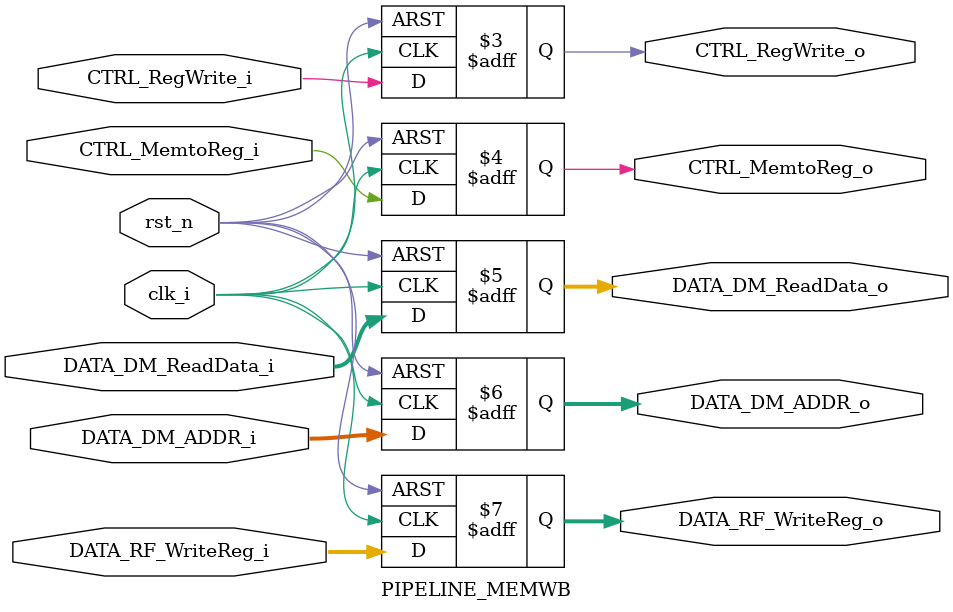
<source format=v>
module PIPELINE_MEMWB(
	clk_i,
	rst_n,
	CTRL_RegWrite_i,
	CTRL_MemtoReg_i,
	DATA_DM_ReadData_i,
	DATA_DM_ADDR_i,
	DATA_RF_WriteReg_i,
	CTRL_RegWrite_o,
	CTRL_MemtoReg_o,
	DATA_DM_ReadData_o,
	DATA_DM_ADDR_o,
	DATA_RF_WriteReg_o
	);

input wire 				clk_i, rst_n;
input wire  			CTRL_RegWrite_i, CTRL_MemtoReg_i;
input wire 	[32-1:0]	DATA_DM_ReadData_i, DATA_DM_ADDR_i;
input wire 	[5-1:0]		DATA_RF_WriteReg_i;

output reg  			CTRL_RegWrite_o, CTRL_MemtoReg_o;
output reg 	[32-1:0]	DATA_DM_ReadData_o, DATA_DM_ADDR_o;
output reg 	[5-1:0]		DATA_RF_WriteReg_o;

always @(posedge clk_i or negedge rst_n) begin
	if (!rst_n) begin
		CTRL_RegWrite_o		<= 0;
		CTRL_MemtoReg_o		<= 0;

		DATA_DM_ReadData_o	<= 32'd0;
		DATA_DM_ADDR_o		<= 32'd0;
		DATA_RF_WriteReg_o	<= 5'd0;
	end else begin
		CTRL_RegWrite_o		<= CTRL_RegWrite_i;
		CTRL_MemtoReg_o		<= CTRL_MemtoReg_i;

		DATA_DM_ReadData_o	<= DATA_DM_ReadData_i;
		DATA_DM_ADDR_o		<= DATA_DM_ADDR_i;
		DATA_RF_WriteReg_o	<= DATA_RF_WriteReg_i;
	end
end

endmodule
</source>
